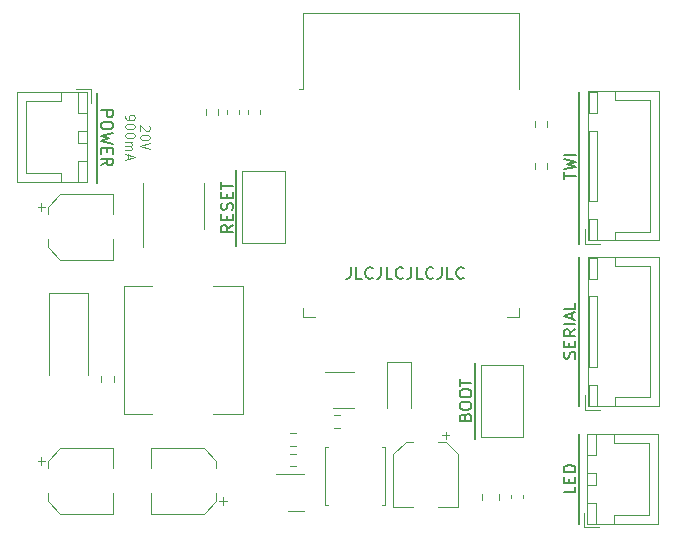
<source format=gbr>
%TF.GenerationSoftware,KiCad,Pcbnew,5.99.0-unknown-5a832fc337~130~ubuntu20.04.1*%
%TF.CreationDate,2021-06-20T17:00:02+02:00*%
%TF.ProjectId,LED-Treiber,4c45442d-5472-4656-9962-65722e6b6963,rev?*%
%TF.SameCoordinates,Original*%
%TF.FileFunction,Legend,Top*%
%TF.FilePolarity,Positive*%
%FSLAX46Y46*%
G04 Gerber Fmt 4.6, Leading zero omitted, Abs format (unit mm)*
G04 Created by KiCad (PCBNEW 5.99.0-unknown-5a832fc337~130~ubuntu20.04.1) date 2021-06-20 17:00:02*
%MOMM*%
%LPD*%
G01*
G04 APERTURE LIST*
%ADD10C,0.150000*%
%ADD11C,0.200000*%
%ADD12C,0.100000*%
%ADD13C,0.120000*%
G04 APERTURE END LIST*
D10*
X158700000Y-86000000D02*
X158700000Y-93600000D01*
X129700000Y-63600000D02*
X129700000Y-70100000D01*
X158700000Y-57000000D02*
X158700000Y-69900000D01*
X117900000Y-57100000D02*
X117900000Y-64700000D01*
X158700000Y-71000000D02*
X158700000Y-83600000D01*
X149900000Y-79950000D02*
X149900000Y-86450000D01*
D11*
X158402380Y-90442857D02*
X158402380Y-90919047D01*
X157402380Y-90919047D01*
X157878571Y-90109523D02*
X157878571Y-89776190D01*
X158402380Y-89633333D02*
X158402380Y-90109523D01*
X157402380Y-90109523D01*
X157402380Y-89633333D01*
X158402380Y-89204761D02*
X157402380Y-89204761D01*
X157402380Y-88966666D01*
X157450000Y-88823809D01*
X157545238Y-88728571D01*
X157640476Y-88680952D01*
X157830952Y-88633333D01*
X157973809Y-88633333D01*
X158164285Y-88680952D01*
X158259523Y-88728571D01*
X158354761Y-88823809D01*
X158402380Y-88966666D01*
X158402380Y-89204761D01*
X157452380Y-64395238D02*
X157452380Y-63823809D01*
X158452380Y-64109523D02*
X157452380Y-64109523D01*
X157452380Y-63585714D02*
X158452380Y-63347619D01*
X157738095Y-63157142D01*
X158452380Y-62966666D01*
X157452380Y-62728571D01*
X158452380Y-62347619D02*
X157452380Y-62347619D01*
X149078571Y-84557142D02*
X149126190Y-84414285D01*
X149173809Y-84366666D01*
X149269047Y-84319047D01*
X149411904Y-84319047D01*
X149507142Y-84366666D01*
X149554761Y-84414285D01*
X149602380Y-84509523D01*
X149602380Y-84890476D01*
X148602380Y-84890476D01*
X148602380Y-84557142D01*
X148650000Y-84461904D01*
X148697619Y-84414285D01*
X148792857Y-84366666D01*
X148888095Y-84366666D01*
X148983333Y-84414285D01*
X149030952Y-84461904D01*
X149078571Y-84557142D01*
X149078571Y-84890476D01*
X148602380Y-83700000D02*
X148602380Y-83509523D01*
X148650000Y-83414285D01*
X148745238Y-83319047D01*
X148935714Y-83271428D01*
X149269047Y-83271428D01*
X149459523Y-83319047D01*
X149554761Y-83414285D01*
X149602380Y-83509523D01*
X149602380Y-83700000D01*
X149554761Y-83795238D01*
X149459523Y-83890476D01*
X149269047Y-83938095D01*
X148935714Y-83938095D01*
X148745238Y-83890476D01*
X148650000Y-83795238D01*
X148602380Y-83700000D01*
X148602380Y-82652380D02*
X148602380Y-82461904D01*
X148650000Y-82366666D01*
X148745238Y-82271428D01*
X148935714Y-82223809D01*
X149269047Y-82223809D01*
X149459523Y-82271428D01*
X149554761Y-82366666D01*
X149602380Y-82461904D01*
X149602380Y-82652380D01*
X149554761Y-82747619D01*
X149459523Y-82842857D01*
X149269047Y-82890476D01*
X148935714Y-82890476D01*
X148745238Y-82842857D01*
X148650000Y-82747619D01*
X148602380Y-82652380D01*
X148602380Y-81938095D02*
X148602380Y-81366666D01*
X149602380Y-81652380D02*
X148602380Y-81652380D01*
X129402380Y-68302380D02*
X128926190Y-68635714D01*
X129402380Y-68873809D02*
X128402380Y-68873809D01*
X128402380Y-68492857D01*
X128450000Y-68397619D01*
X128497619Y-68350000D01*
X128592857Y-68302380D01*
X128735714Y-68302380D01*
X128830952Y-68350000D01*
X128878571Y-68397619D01*
X128926190Y-68492857D01*
X128926190Y-68873809D01*
X128878571Y-67873809D02*
X128878571Y-67540476D01*
X129402380Y-67397619D02*
X129402380Y-67873809D01*
X128402380Y-67873809D01*
X128402380Y-67397619D01*
X129354761Y-67016666D02*
X129402380Y-66873809D01*
X129402380Y-66635714D01*
X129354761Y-66540476D01*
X129307142Y-66492857D01*
X129211904Y-66445238D01*
X129116666Y-66445238D01*
X129021428Y-66492857D01*
X128973809Y-66540476D01*
X128926190Y-66635714D01*
X128878571Y-66826190D01*
X128830952Y-66921428D01*
X128783333Y-66969047D01*
X128688095Y-67016666D01*
X128592857Y-67016666D01*
X128497619Y-66969047D01*
X128450000Y-66921428D01*
X128402380Y-66826190D01*
X128402380Y-66588095D01*
X128450000Y-66445238D01*
X128878571Y-66016666D02*
X128878571Y-65683333D01*
X129402380Y-65540476D02*
X129402380Y-66016666D01*
X128402380Y-66016666D01*
X128402380Y-65540476D01*
X128402380Y-65254761D02*
X128402380Y-64683333D01*
X129402380Y-64969047D02*
X128402380Y-64969047D01*
X118247619Y-58590476D02*
X119247619Y-58590476D01*
X119247619Y-58971428D01*
X119200000Y-59066666D01*
X119152380Y-59114285D01*
X119057142Y-59161904D01*
X118914285Y-59161904D01*
X118819047Y-59114285D01*
X118771428Y-59066666D01*
X118723809Y-58971428D01*
X118723809Y-58590476D01*
X119247619Y-59780952D02*
X119247619Y-59971428D01*
X119200000Y-60066666D01*
X119104761Y-60161904D01*
X118914285Y-60209523D01*
X118580952Y-60209523D01*
X118390476Y-60161904D01*
X118295238Y-60066666D01*
X118247619Y-59971428D01*
X118247619Y-59780952D01*
X118295238Y-59685714D01*
X118390476Y-59590476D01*
X118580952Y-59542857D01*
X118914285Y-59542857D01*
X119104761Y-59590476D01*
X119200000Y-59685714D01*
X119247619Y-59780952D01*
X119247619Y-60542857D02*
X118247619Y-60780952D01*
X118961904Y-60971428D01*
X118247619Y-61161904D01*
X119247619Y-61400000D01*
X118771428Y-61780952D02*
X118771428Y-62114285D01*
X118247619Y-62257142D02*
X118247619Y-61780952D01*
X119247619Y-61780952D01*
X119247619Y-62257142D01*
X118247619Y-63257142D02*
X118723809Y-62923809D01*
X118247619Y-62685714D02*
X119247619Y-62685714D01*
X119247619Y-63066666D01*
X119200000Y-63161904D01*
X119152380Y-63209523D01*
X119057142Y-63257142D01*
X118914285Y-63257142D01*
X118819047Y-63209523D01*
X118771428Y-63161904D01*
X118723809Y-63066666D01*
X118723809Y-62685714D01*
D10*
X139380952Y-71852380D02*
X139380952Y-72566666D01*
X139333333Y-72709523D01*
X139238095Y-72804761D01*
X139095238Y-72852380D01*
X139000000Y-72852380D01*
X140333333Y-72852380D02*
X139857142Y-72852380D01*
X139857142Y-71852380D01*
X141238095Y-72757142D02*
X141190476Y-72804761D01*
X141047619Y-72852380D01*
X140952380Y-72852380D01*
X140809523Y-72804761D01*
X140714285Y-72709523D01*
X140666666Y-72614285D01*
X140619047Y-72423809D01*
X140619047Y-72280952D01*
X140666666Y-72090476D01*
X140714285Y-71995238D01*
X140809523Y-71900000D01*
X140952380Y-71852380D01*
X141047619Y-71852380D01*
X141190476Y-71900000D01*
X141238095Y-71947619D01*
X141952380Y-71852380D02*
X141952380Y-72566666D01*
X141904761Y-72709523D01*
X141809523Y-72804761D01*
X141666666Y-72852380D01*
X141571428Y-72852380D01*
X142904761Y-72852380D02*
X142428571Y-72852380D01*
X142428571Y-71852380D01*
X143809523Y-72757142D02*
X143761904Y-72804761D01*
X143619047Y-72852380D01*
X143523809Y-72852380D01*
X143380952Y-72804761D01*
X143285714Y-72709523D01*
X143238095Y-72614285D01*
X143190476Y-72423809D01*
X143190476Y-72280952D01*
X143238095Y-72090476D01*
X143285714Y-71995238D01*
X143380952Y-71900000D01*
X143523809Y-71852380D01*
X143619047Y-71852380D01*
X143761904Y-71900000D01*
X143809523Y-71947619D01*
X144523809Y-71852380D02*
X144523809Y-72566666D01*
X144476190Y-72709523D01*
X144380952Y-72804761D01*
X144238095Y-72852380D01*
X144142857Y-72852380D01*
X145476190Y-72852380D02*
X145000000Y-72852380D01*
X145000000Y-71852380D01*
X146380952Y-72757142D02*
X146333333Y-72804761D01*
X146190476Y-72852380D01*
X146095238Y-72852380D01*
X145952380Y-72804761D01*
X145857142Y-72709523D01*
X145809523Y-72614285D01*
X145761904Y-72423809D01*
X145761904Y-72280952D01*
X145809523Y-72090476D01*
X145857142Y-71995238D01*
X145952380Y-71900000D01*
X146095238Y-71852380D01*
X146190476Y-71852380D01*
X146333333Y-71900000D01*
X146380952Y-71947619D01*
X147095238Y-71852380D02*
X147095238Y-72566666D01*
X147047619Y-72709523D01*
X146952380Y-72804761D01*
X146809523Y-72852380D01*
X146714285Y-72852380D01*
X148047619Y-72852380D02*
X147571428Y-72852380D01*
X147571428Y-71852380D01*
X148952380Y-72757142D02*
X148904761Y-72804761D01*
X148761904Y-72852380D01*
X148666666Y-72852380D01*
X148523809Y-72804761D01*
X148428571Y-72709523D01*
X148380952Y-72614285D01*
X148333333Y-72423809D01*
X148333333Y-72280952D01*
X148380952Y-72090476D01*
X148428571Y-71995238D01*
X148523809Y-71900000D01*
X148666666Y-71852380D01*
X148761904Y-71852380D01*
X148904761Y-71900000D01*
X148952380Y-71947619D01*
D12*
X122305904Y-59882619D02*
X122344000Y-59920714D01*
X122382095Y-59996904D01*
X122382095Y-60187380D01*
X122344000Y-60263571D01*
X122305904Y-60301666D01*
X122229714Y-60339761D01*
X122153523Y-60339761D01*
X122039238Y-60301666D01*
X121582095Y-59844523D01*
X121582095Y-60339761D01*
X122382095Y-60835000D02*
X122382095Y-60911190D01*
X122344000Y-60987380D01*
X122305904Y-61025476D01*
X122229714Y-61063571D01*
X122077333Y-61101666D01*
X121886857Y-61101666D01*
X121734476Y-61063571D01*
X121658285Y-61025476D01*
X121620190Y-60987380D01*
X121582095Y-60911190D01*
X121582095Y-60835000D01*
X121620190Y-60758809D01*
X121658285Y-60720714D01*
X121734476Y-60682619D01*
X121886857Y-60644523D01*
X122077333Y-60644523D01*
X122229714Y-60682619D01*
X122305904Y-60720714D01*
X122344000Y-60758809D01*
X122382095Y-60835000D01*
X122382095Y-61330238D02*
X121582095Y-61596904D01*
X122382095Y-61863571D01*
X120294095Y-59044523D02*
X120294095Y-59196904D01*
X120332190Y-59273095D01*
X120370285Y-59311190D01*
X120484571Y-59387380D01*
X120636952Y-59425476D01*
X120941714Y-59425476D01*
X121017904Y-59387380D01*
X121056000Y-59349285D01*
X121094095Y-59273095D01*
X121094095Y-59120714D01*
X121056000Y-59044523D01*
X121017904Y-59006428D01*
X120941714Y-58968333D01*
X120751238Y-58968333D01*
X120675047Y-59006428D01*
X120636952Y-59044523D01*
X120598857Y-59120714D01*
X120598857Y-59273095D01*
X120636952Y-59349285D01*
X120675047Y-59387380D01*
X120751238Y-59425476D01*
X121094095Y-59920714D02*
X121094095Y-59996904D01*
X121056000Y-60073095D01*
X121017904Y-60111190D01*
X120941714Y-60149285D01*
X120789333Y-60187380D01*
X120598857Y-60187380D01*
X120446476Y-60149285D01*
X120370285Y-60111190D01*
X120332190Y-60073095D01*
X120294095Y-59996904D01*
X120294095Y-59920714D01*
X120332190Y-59844523D01*
X120370285Y-59806428D01*
X120446476Y-59768333D01*
X120598857Y-59730238D01*
X120789333Y-59730238D01*
X120941714Y-59768333D01*
X121017904Y-59806428D01*
X121056000Y-59844523D01*
X121094095Y-59920714D01*
X121094095Y-60682619D02*
X121094095Y-60758809D01*
X121056000Y-60835000D01*
X121017904Y-60873095D01*
X120941714Y-60911190D01*
X120789333Y-60949285D01*
X120598857Y-60949285D01*
X120446476Y-60911190D01*
X120370285Y-60873095D01*
X120332190Y-60835000D01*
X120294095Y-60758809D01*
X120294095Y-60682619D01*
X120332190Y-60606428D01*
X120370285Y-60568333D01*
X120446476Y-60530238D01*
X120598857Y-60492142D01*
X120789333Y-60492142D01*
X120941714Y-60530238D01*
X121017904Y-60568333D01*
X121056000Y-60606428D01*
X121094095Y-60682619D01*
X120294095Y-61292142D02*
X120827428Y-61292142D01*
X120751238Y-61292142D02*
X120789333Y-61330238D01*
X120827428Y-61406428D01*
X120827428Y-61520714D01*
X120789333Y-61596904D01*
X120713142Y-61635000D01*
X120294095Y-61635000D01*
X120713142Y-61635000D02*
X120789333Y-61673095D01*
X120827428Y-61749285D01*
X120827428Y-61863571D01*
X120789333Y-61939761D01*
X120713142Y-61977857D01*
X120294095Y-61977857D01*
X120522666Y-62320714D02*
X120522666Y-62701666D01*
X120294095Y-62244523D02*
X121094095Y-62511190D01*
X120294095Y-62777857D01*
D11*
X158354761Y-79609523D02*
X158402380Y-79466666D01*
X158402380Y-79228571D01*
X158354761Y-79133333D01*
X158307142Y-79085714D01*
X158211904Y-79038095D01*
X158116666Y-79038095D01*
X158021428Y-79085714D01*
X157973809Y-79133333D01*
X157926190Y-79228571D01*
X157878571Y-79419047D01*
X157830952Y-79514285D01*
X157783333Y-79561904D01*
X157688095Y-79609523D01*
X157592857Y-79609523D01*
X157497619Y-79561904D01*
X157450000Y-79514285D01*
X157402380Y-79419047D01*
X157402380Y-79180952D01*
X157450000Y-79038095D01*
X157878571Y-78609523D02*
X157878571Y-78276190D01*
X158402380Y-78133333D02*
X158402380Y-78609523D01*
X157402380Y-78609523D01*
X157402380Y-78133333D01*
X158402380Y-77133333D02*
X157926190Y-77466666D01*
X158402380Y-77704761D02*
X157402380Y-77704761D01*
X157402380Y-77323809D01*
X157450000Y-77228571D01*
X157497619Y-77180952D01*
X157592857Y-77133333D01*
X157735714Y-77133333D01*
X157830952Y-77180952D01*
X157878571Y-77228571D01*
X157926190Y-77323809D01*
X157926190Y-77704761D01*
X158402380Y-76704761D02*
X157402380Y-76704761D01*
X158116666Y-76276190D02*
X158116666Y-75800000D01*
X158402380Y-76371428D02*
X157402380Y-76038095D01*
X158402380Y-75704761D01*
X158402380Y-74895238D02*
X158402380Y-75371428D01*
X157402380Y-75371428D01*
D13*
%TO.C,J5*%
X159415000Y-93610000D02*
X165385000Y-93610000D01*
X165385000Y-93610000D02*
X165385000Y-85990000D01*
X165385000Y-85990000D02*
X159415000Y-85990000D01*
X159415000Y-85990000D02*
X159415000Y-93610000D01*
X159425000Y-90300000D02*
X160175000Y-90300000D01*
X160175000Y-90300000D02*
X160175000Y-89300000D01*
X160175000Y-89300000D02*
X159425000Y-89300000D01*
X159425000Y-89300000D02*
X159425000Y-90300000D01*
X159425000Y-93600000D02*
X160175000Y-93600000D01*
X160175000Y-93600000D02*
X160175000Y-91800000D01*
X160175000Y-91800000D02*
X159425000Y-91800000D01*
X159425000Y-91800000D02*
X159425000Y-93600000D01*
X159425000Y-87800000D02*
X160175000Y-87800000D01*
X160175000Y-87800000D02*
X160175000Y-86000000D01*
X160175000Y-86000000D02*
X159425000Y-86000000D01*
X159425000Y-86000000D02*
X159425000Y-87800000D01*
X161675000Y-93600000D02*
X161675000Y-92850000D01*
X161675000Y-92850000D02*
X164625000Y-92850000D01*
X164625000Y-92850000D02*
X164625000Y-89800000D01*
X161675000Y-86000000D02*
X161675000Y-86750000D01*
X161675000Y-86750000D02*
X164625000Y-86750000D01*
X164625000Y-86750000D02*
X164625000Y-89800000D01*
X159125000Y-92650000D02*
X159125000Y-93900000D01*
X159125000Y-93900000D02*
X160375000Y-93900000D01*
%TO.C,J2*%
X159515000Y-83660000D02*
X165485000Y-83660000D01*
X165485000Y-83660000D02*
X165485000Y-71040000D01*
X165485000Y-71040000D02*
X159515000Y-71040000D01*
X159515000Y-71040000D02*
X159515000Y-83660000D01*
X159525000Y-80350000D02*
X160275000Y-80350000D01*
X160275000Y-80350000D02*
X160275000Y-74350000D01*
X160275000Y-74350000D02*
X159525000Y-74350000D01*
X159525000Y-74350000D02*
X159525000Y-80350000D01*
X159525000Y-83650000D02*
X160275000Y-83650000D01*
X160275000Y-83650000D02*
X160275000Y-81850000D01*
X160275000Y-81850000D02*
X159525000Y-81850000D01*
X159525000Y-81850000D02*
X159525000Y-83650000D01*
X159525000Y-72850000D02*
X160275000Y-72850000D01*
X160275000Y-72850000D02*
X160275000Y-71050000D01*
X160275000Y-71050000D02*
X159525000Y-71050000D01*
X159525000Y-71050000D02*
X159525000Y-72850000D01*
X161775000Y-83650000D02*
X161775000Y-82900000D01*
X161775000Y-82900000D02*
X164725000Y-82900000D01*
X164725000Y-82900000D02*
X164725000Y-77350000D01*
X161775000Y-71050000D02*
X161775000Y-71800000D01*
X161775000Y-71800000D02*
X164725000Y-71800000D01*
X164725000Y-71800000D02*
X164725000Y-77350000D01*
X159225000Y-82700000D02*
X159225000Y-83950000D01*
X159225000Y-83950000D02*
X160475000Y-83950000D01*
%TO.C,J6*%
X159515000Y-69610000D02*
X165485000Y-69610000D01*
X165485000Y-69610000D02*
X165485000Y-56990000D01*
X165485000Y-56990000D02*
X159515000Y-56990000D01*
X159515000Y-56990000D02*
X159515000Y-69610000D01*
X159525000Y-66300000D02*
X160275000Y-66300000D01*
X160275000Y-66300000D02*
X160275000Y-60300000D01*
X160275000Y-60300000D02*
X159525000Y-60300000D01*
X159525000Y-60300000D02*
X159525000Y-66300000D01*
X159525000Y-69600000D02*
X160275000Y-69600000D01*
X160275000Y-69600000D02*
X160275000Y-67800000D01*
X160275000Y-67800000D02*
X159525000Y-67800000D01*
X159525000Y-67800000D02*
X159525000Y-69600000D01*
X159525000Y-58800000D02*
X160275000Y-58800000D01*
X160275000Y-58800000D02*
X160275000Y-57000000D01*
X160275000Y-57000000D02*
X159525000Y-57000000D01*
X159525000Y-57000000D02*
X159525000Y-58800000D01*
X161775000Y-69600000D02*
X161775000Y-68850000D01*
X161775000Y-68850000D02*
X164725000Y-68850000D01*
X164725000Y-68850000D02*
X164725000Y-63300000D01*
X161775000Y-57000000D02*
X161775000Y-57750000D01*
X161775000Y-57750000D02*
X164725000Y-57750000D01*
X164725000Y-57750000D02*
X164725000Y-63300000D01*
X159225000Y-68650000D02*
X159225000Y-69900000D01*
X159225000Y-69900000D02*
X160475000Y-69900000D01*
%TO.C,J1*%
X117085000Y-57040000D02*
X111115000Y-57040000D01*
X111115000Y-57040000D02*
X111115000Y-64660000D01*
X111115000Y-64660000D02*
X117085000Y-64660000D01*
X117085000Y-64660000D02*
X117085000Y-57040000D01*
X117075000Y-60350000D02*
X116325000Y-60350000D01*
X116325000Y-60350000D02*
X116325000Y-61350000D01*
X116325000Y-61350000D02*
X117075000Y-61350000D01*
X117075000Y-61350000D02*
X117075000Y-60350000D01*
X117075000Y-57050000D02*
X116325000Y-57050000D01*
X116325000Y-57050000D02*
X116325000Y-58850000D01*
X116325000Y-58850000D02*
X117075000Y-58850000D01*
X117075000Y-58850000D02*
X117075000Y-57050000D01*
X117075000Y-62850000D02*
X116325000Y-62850000D01*
X116325000Y-62850000D02*
X116325000Y-64650000D01*
X116325000Y-64650000D02*
X117075000Y-64650000D01*
X117075000Y-64650000D02*
X117075000Y-62850000D01*
X114825000Y-57050000D02*
X114825000Y-57800000D01*
X114825000Y-57800000D02*
X111875000Y-57800000D01*
X111875000Y-57800000D02*
X111875000Y-60850000D01*
X114825000Y-64650000D02*
X114825000Y-63900000D01*
X114825000Y-63900000D02*
X111875000Y-63900000D01*
X111875000Y-63900000D02*
X111875000Y-60850000D01*
X117375000Y-58000000D02*
X117375000Y-56750000D01*
X117375000Y-56750000D02*
X116125000Y-56750000D01*
%TO.C,R1*%
X128154500Y-58969724D02*
X128154500Y-58460276D01*
X127109500Y-58969724D02*
X127109500Y-58460276D01*
%TO.C,U1*%
X126960000Y-66715000D02*
X126960000Y-64765000D01*
X126960000Y-66715000D02*
X126960000Y-68665000D01*
X121840000Y-66715000D02*
X121840000Y-70165000D01*
X121840000Y-66715000D02*
X121840000Y-64765000D01*
%TO.C,REF\u002A\u002A*%
X151935000Y-91038748D02*
X151935000Y-91561252D01*
X150465000Y-91038748D02*
X150465000Y-91561252D01*
%TO.C,C4*%
X128010000Y-91660563D02*
X126945563Y-92725000D01*
X122490000Y-92725000D02*
X122490000Y-91025000D01*
X128875000Y-91650000D02*
X128250000Y-91650000D01*
X128010000Y-91660563D02*
X128010000Y-91025000D01*
X128010000Y-88269437D02*
X128010000Y-88905000D01*
X128562500Y-91962500D02*
X128562500Y-91337500D01*
X126945563Y-87205000D02*
X122490000Y-87205000D01*
X128010000Y-88269437D02*
X126945563Y-87205000D01*
X122490000Y-87205000D02*
X122490000Y-88905000D01*
X126945563Y-92725000D02*
X122490000Y-92725000D01*
%TO.C,C7*%
X128900000Y-58861267D02*
X128900000Y-58568733D01*
X129920000Y-58861267D02*
X129920000Y-58568733D01*
%TO.C,R4*%
X134767224Y-85942500D02*
X134257776Y-85942500D01*
X134767224Y-86987500D02*
X134257776Y-86987500D01*
%TO.C,Q1*%
X134762500Y-92525000D02*
X135412500Y-92525000D01*
X134762500Y-92525000D02*
X134112500Y-92525000D01*
X134762500Y-89405000D02*
X133087500Y-89405000D01*
X134762500Y-89405000D02*
X135412500Y-89405000D01*
%TO.C,D2*%
X144500000Y-79915000D02*
X144500000Y-83815000D01*
X144500000Y-79915000D02*
X142500000Y-79915000D01*
X142500000Y-79915000D02*
X142500000Y-83815000D01*
%TO.C,R5*%
X134767224Y-88737500D02*
X134257776Y-88737500D01*
X134767224Y-87692500D02*
X134257776Y-87692500D01*
%TO.C,D1*%
X117150000Y-74065000D02*
X113850000Y-74065000D01*
X113850000Y-74065000D02*
X113850000Y-80965000D01*
X117150000Y-74065000D02*
X117150000Y-80965000D01*
%TO.C,R6*%
X156022500Y-63047776D02*
X156022500Y-63557224D01*
X154977500Y-63047776D02*
X154977500Y-63557224D01*
%TO.C,L1*%
X120150000Y-84265000D02*
X122550000Y-84265000D01*
X127750000Y-73465000D02*
X130250000Y-73465000D01*
X130250000Y-84265000D02*
X127750000Y-84265000D01*
X120150000Y-73465000D02*
X120150000Y-84265000D01*
X130250000Y-73465000D02*
X130250000Y-84265000D01*
X122550000Y-73465000D02*
X120150000Y-73465000D01*
%TO.C,C1*%
X112875000Y-66780000D02*
X113500000Y-66780000D01*
X113740000Y-66769437D02*
X113740000Y-67405000D01*
X113740000Y-70160563D02*
X113740000Y-69525000D01*
X114804437Y-65705000D02*
X119260000Y-65705000D01*
X119260000Y-65705000D02*
X119260000Y-67405000D01*
X113187500Y-66467500D02*
X113187500Y-67092500D01*
X113740000Y-66769437D02*
X114804437Y-65705000D01*
X113740000Y-70160563D02*
X114804437Y-71225000D01*
X119260000Y-71225000D02*
X119260000Y-69525000D01*
X114804437Y-71225000D02*
X119260000Y-71225000D01*
%TO.C,R2*%
X118277500Y-81045276D02*
X118277500Y-81554724D01*
X119322500Y-81045276D02*
X119322500Y-81554724D01*
%TO.C,U3*%
X137882500Y-83775000D02*
X139642500Y-83775000D01*
X139642500Y-80705000D02*
X137212500Y-80705000D01*
%TO.C,REF\u002A\u002A*%
X154010000Y-91153733D02*
X154010000Y-91446267D01*
X152990000Y-91153733D02*
X152990000Y-91446267D01*
%TO.C,C2*%
X130712000Y-58861267D02*
X130712000Y-58568733D01*
X131732000Y-58861267D02*
X131732000Y-58568733D01*
%TO.C,SW2*%
X154010000Y-80140000D02*
X154010000Y-86260000D01*
X154010000Y-86260000D02*
X150390000Y-86260000D01*
X150390000Y-86260000D02*
X150390000Y-80140000D01*
X150390000Y-80140000D02*
X154010000Y-80140000D01*
%TO.C,L2*%
X137450000Y-91965000D02*
X137250000Y-91965000D01*
X142250000Y-87065000D02*
X142250000Y-91965000D01*
X142050000Y-87065000D02*
X142250000Y-87065000D01*
X142250000Y-91965000D02*
X142050000Y-91965000D01*
X137250000Y-91965000D02*
X137250000Y-87065000D01*
X137250000Y-87065000D02*
X137450000Y-87065000D01*
%TO.C,C3*%
X113187500Y-87967500D02*
X113187500Y-88592500D01*
X119260000Y-87205000D02*
X119260000Y-88905000D01*
X113740000Y-91660563D02*
X114804437Y-92725000D01*
X113740000Y-91660563D02*
X113740000Y-91025000D01*
X113740000Y-88269437D02*
X113740000Y-88905000D01*
X119260000Y-92725000D02*
X119260000Y-91025000D01*
X112875000Y-88280000D02*
X113500000Y-88280000D01*
X114804437Y-92725000D02*
X119260000Y-92725000D01*
X114804437Y-87205000D02*
X119260000Y-87205000D01*
X113740000Y-88269437D02*
X114804437Y-87205000D01*
%TO.C,SW1*%
X130190000Y-63740000D02*
X133810000Y-63740000D01*
X133810000Y-63740000D02*
X133810000Y-69860000D01*
X133810000Y-69860000D02*
X130190000Y-69860000D01*
X130190000Y-69860000D02*
X130190000Y-63740000D01*
%TO.C,R7*%
X154977500Y-59460276D02*
X154977500Y-59969724D01*
X156022500Y-59460276D02*
X156022500Y-59969724D01*
%TO.C,U2*%
X135380000Y-50350000D02*
X153620000Y-50350000D01*
X153620000Y-75315000D02*
X153620000Y-76095000D01*
X153620000Y-50350000D02*
X153620000Y-56770000D01*
X135380000Y-76095000D02*
X136380000Y-76095000D01*
X135380000Y-50350000D02*
X135380000Y-56770000D01*
X153620000Y-76095000D02*
X152620000Y-76095000D01*
X135380000Y-75315000D02*
X135380000Y-76095000D01*
X135380000Y-56770000D02*
X135000000Y-56770000D01*
%TO.C,R3*%
X138514724Y-84407500D02*
X138005276Y-84407500D01*
X138514724Y-85452500D02*
X138005276Y-85452500D01*
%TO.C,C5*%
X148510000Y-87719437D02*
X148510000Y-92175000D01*
X147445563Y-86655000D02*
X148510000Y-87719437D01*
X144054437Y-86655000D02*
X142990000Y-87719437D01*
X142990000Y-92175000D02*
X144690000Y-92175000D01*
X142990000Y-87719437D02*
X142990000Y-92175000D01*
X147445563Y-86655000D02*
X146810000Y-86655000D01*
X147435000Y-85790000D02*
X147435000Y-86415000D01*
X147747500Y-86102500D02*
X147122500Y-86102500D01*
X144054437Y-86655000D02*
X144690000Y-86655000D01*
X148510000Y-92175000D02*
X146810000Y-92175000D01*
%TD*%
M02*

</source>
